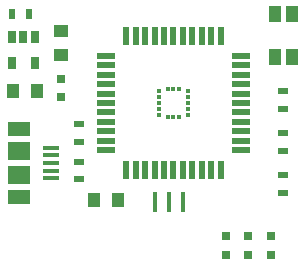
<source format=gbr>
G04 #@! TF.FileFunction,Soldermask,Top*
%FSLAX46Y46*%
G04 Gerber Fmt 4.6, Leading zero omitted, Abs format (unit mm)*
G04 Created by KiCad (PCBNEW 4.0.7) date 08/17/18 12:34:18*
%MOMM*%
%LPD*%
G01*
G04 APERTURE LIST*
%ADD10C,0.100000*%
%ADD11R,1.900000X1.500000*%
%ADD12R,1.350000X0.400000*%
%ADD13R,1.900000X1.200000*%
%ADD14R,0.800000X0.800000*%
%ADD15R,0.400000X1.800000*%
%ADD16R,1.050000X1.400000*%
%ADD17R,1.250000X1.000000*%
%ADD18R,0.750000X0.800000*%
%ADD19R,1.000000X1.250000*%
%ADD20R,0.900000X0.500000*%
%ADD21R,0.500000X0.900000*%
%ADD22R,1.500000X0.550000*%
%ADD23R,0.550000X1.500000*%
%ADD24R,0.650000X1.060000*%
%ADD25R,0.450000X0.350000*%
%ADD26R,0.350000X0.450000*%
G04 APERTURE END LIST*
D10*
D11*
X143795000Y-103870000D03*
D12*
X146495000Y-102220000D03*
X146495000Y-101570000D03*
X146495000Y-104170000D03*
X146495000Y-103520000D03*
X146495000Y-102870000D03*
D11*
X143795000Y-101870000D03*
D13*
X143795000Y-105770000D03*
X143795000Y-99970000D03*
D14*
X161290000Y-110655000D03*
X161290000Y-109055000D03*
D15*
X157664000Y-106172000D03*
X156464000Y-106172000D03*
X155264000Y-106172000D03*
D16*
X166841000Y-90275000D03*
X166841000Y-93875000D03*
X165416000Y-90275000D03*
X165416000Y-93875000D03*
D17*
X147320000Y-91710000D03*
X147320000Y-93710000D03*
D18*
X147320000Y-95770000D03*
X147320000Y-97270000D03*
D19*
X152130000Y-106045000D03*
X150130000Y-106045000D03*
X145272000Y-96774000D03*
X143272000Y-96774000D03*
D14*
X163195000Y-110655000D03*
X163195000Y-109055000D03*
X165100000Y-110655000D03*
X165100000Y-109055000D03*
D20*
X166116000Y-100342000D03*
X166116000Y-101842000D03*
X166116000Y-103898000D03*
X166116000Y-105398000D03*
X148844000Y-102755000D03*
X148844000Y-104255000D03*
X148844000Y-99580000D03*
X148844000Y-101080000D03*
X166116000Y-98286000D03*
X166116000Y-96786000D03*
D21*
X143141000Y-90297000D03*
X144641000Y-90297000D03*
D22*
X151145000Y-93790000D03*
X151145000Y-94590000D03*
X151145000Y-95390000D03*
X151145000Y-96190000D03*
X151145000Y-96990000D03*
X151145000Y-97790000D03*
X151145000Y-98590000D03*
X151145000Y-99390000D03*
X151145000Y-100190000D03*
X151145000Y-100990000D03*
X151145000Y-101790000D03*
D23*
X152845000Y-103490000D03*
X153645000Y-103490000D03*
X154445000Y-103490000D03*
X155245000Y-103490000D03*
X156045000Y-103490000D03*
X156845000Y-103490000D03*
X157645000Y-103490000D03*
X158445000Y-103490000D03*
X159245000Y-103490000D03*
X160045000Y-103490000D03*
X160845000Y-103490000D03*
D22*
X162545000Y-101790000D03*
X162545000Y-100990000D03*
X162545000Y-100190000D03*
X162545000Y-99390000D03*
X162545000Y-98590000D03*
X162545000Y-97790000D03*
X162545000Y-96990000D03*
X162545000Y-96190000D03*
X162545000Y-95390000D03*
X162545000Y-94590000D03*
X162545000Y-93790000D03*
D23*
X160845000Y-92090000D03*
X160045000Y-92090000D03*
X159245000Y-92090000D03*
X158445000Y-92090000D03*
X157645000Y-92090000D03*
X156845000Y-92090000D03*
X156045000Y-92090000D03*
X155245000Y-92090000D03*
X154445000Y-92090000D03*
X153645000Y-92090000D03*
X152845000Y-92090000D03*
D24*
X145095000Y-92245000D03*
X144145000Y-92245000D03*
X143195000Y-92245000D03*
X143195000Y-94445000D03*
X145095000Y-94445000D03*
D25*
X155620000Y-97790000D03*
X158070000Y-97790000D03*
X155620000Y-97290000D03*
X158070000Y-97290000D03*
X155620000Y-96790000D03*
X158070000Y-96790000D03*
X158070000Y-98790000D03*
X158070000Y-98290000D03*
D26*
X156845000Y-99015000D03*
D25*
X155620000Y-98290000D03*
X155620000Y-98790000D03*
D26*
X157345000Y-99015000D03*
X156345000Y-99015000D03*
X156845000Y-96565000D03*
X157345000Y-96565000D03*
X156345000Y-96565000D03*
M02*

</source>
